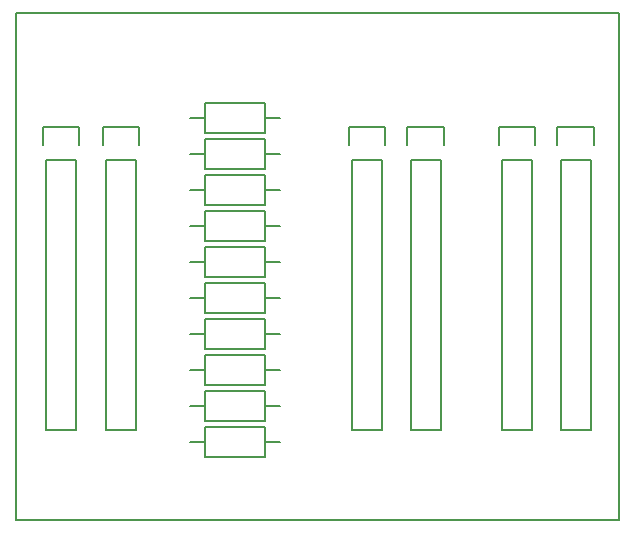
<source format=gbr>
G04 #@! TF.FileFunction,Legend,Top*
%FSLAX46Y46*%
G04 Gerber Fmt 4.6, Leading zero omitted, Abs format (unit mm)*
G04 Created by KiCad (PCBNEW 4.1.0-alpha+201605292346+6852~44~ubuntu15.10.1-product) date Wed Jun  1 10:44:58 2016*
%MOMM*%
%LPD*%
G01*
G04 APERTURE LIST*
%ADD10C,0.050000*%
%ADD11C,0.150000*%
G04 APERTURE END LIST*
D10*
D11*
X124206000Y-141478000D02*
X123444000Y-141478000D01*
X124206000Y-98552000D02*
X123444000Y-98552000D01*
X124206000Y-98552000D02*
X129413000Y-98552000D01*
X123444000Y-141478000D02*
X123444000Y-98552000D01*
X174498000Y-141478000D02*
X124206000Y-141478000D01*
X174498000Y-98552000D02*
X174498000Y-141478000D01*
X129413000Y-98552000D02*
X174498000Y-98552000D01*
X167132000Y-110998000D02*
X167132000Y-133858000D01*
X167132000Y-133858000D02*
X164592000Y-133858000D01*
X164592000Y-133858000D02*
X164592000Y-110998000D01*
X167412000Y-108178000D02*
X167412000Y-109728000D01*
X167132000Y-110998000D02*
X164592000Y-110998000D01*
X164312000Y-109728000D02*
X164312000Y-108178000D01*
X164312000Y-108178000D02*
X167412000Y-108178000D01*
X172085000Y-110998000D02*
X172085000Y-133858000D01*
X172085000Y-133858000D02*
X169545000Y-133858000D01*
X169545000Y-133858000D02*
X169545000Y-110998000D01*
X172365000Y-108178000D02*
X172365000Y-109728000D01*
X172085000Y-110998000D02*
X169545000Y-110998000D01*
X169265000Y-109728000D02*
X169265000Y-108178000D01*
X169265000Y-108178000D02*
X172365000Y-108178000D01*
X154432000Y-110998000D02*
X154432000Y-133858000D01*
X154432000Y-133858000D02*
X151892000Y-133858000D01*
X151892000Y-133858000D02*
X151892000Y-110998000D01*
X154712000Y-108178000D02*
X154712000Y-109728000D01*
X154432000Y-110998000D02*
X151892000Y-110998000D01*
X151612000Y-109728000D02*
X151612000Y-108178000D01*
X151612000Y-108178000D02*
X154712000Y-108178000D01*
X159385000Y-110998000D02*
X159385000Y-133858000D01*
X159385000Y-133858000D02*
X156845000Y-133858000D01*
X156845000Y-133858000D02*
X156845000Y-110998000D01*
X159665000Y-108178000D02*
X159665000Y-109728000D01*
X159385000Y-110998000D02*
X156845000Y-110998000D01*
X156565000Y-109728000D02*
X156565000Y-108178000D01*
X156565000Y-108178000D02*
X159665000Y-108178000D01*
X133604000Y-110998000D02*
X133604000Y-133858000D01*
X133604000Y-133858000D02*
X131064000Y-133858000D01*
X131064000Y-133858000D02*
X131064000Y-110998000D01*
X133884000Y-108178000D02*
X133884000Y-109728000D01*
X133604000Y-110998000D02*
X131064000Y-110998000D01*
X130784000Y-109728000D02*
X130784000Y-108178000D01*
X130784000Y-108178000D02*
X133884000Y-108178000D01*
X128524000Y-110998000D02*
X128524000Y-133858000D01*
X128524000Y-133858000D02*
X125984000Y-133858000D01*
X125984000Y-133858000D02*
X125984000Y-110998000D01*
X128804000Y-108178000D02*
X128804000Y-109728000D01*
X128524000Y-110998000D02*
X125984000Y-110998000D01*
X125704000Y-109728000D02*
X125704000Y-108178000D01*
X125704000Y-108178000D02*
X128804000Y-108178000D01*
X144526000Y-136144000D02*
X139446000Y-136144000D01*
X139446000Y-136144000D02*
X139446000Y-133604000D01*
X139446000Y-133604000D02*
X144526000Y-133604000D01*
X144526000Y-133604000D02*
X144526000Y-136144000D01*
X144526000Y-134874000D02*
X145796000Y-134874000D01*
X139446000Y-134874000D02*
X138176000Y-134874000D01*
X144526000Y-133096000D02*
X139446000Y-133096000D01*
X139446000Y-133096000D02*
X139446000Y-130556000D01*
X139446000Y-130556000D02*
X144526000Y-130556000D01*
X144526000Y-130556000D02*
X144526000Y-133096000D01*
X144526000Y-131826000D02*
X145796000Y-131826000D01*
X139446000Y-131826000D02*
X138176000Y-131826000D01*
X144526000Y-130048000D02*
X139446000Y-130048000D01*
X139446000Y-130048000D02*
X139446000Y-127508000D01*
X139446000Y-127508000D02*
X144526000Y-127508000D01*
X144526000Y-127508000D02*
X144526000Y-130048000D01*
X144526000Y-128778000D02*
X145796000Y-128778000D01*
X139446000Y-128778000D02*
X138176000Y-128778000D01*
X144526000Y-127000000D02*
X139446000Y-127000000D01*
X139446000Y-127000000D02*
X139446000Y-124460000D01*
X139446000Y-124460000D02*
X144526000Y-124460000D01*
X144526000Y-124460000D02*
X144526000Y-127000000D01*
X144526000Y-125730000D02*
X145796000Y-125730000D01*
X139446000Y-125730000D02*
X138176000Y-125730000D01*
X144526000Y-123952000D02*
X139446000Y-123952000D01*
X139446000Y-123952000D02*
X139446000Y-121412000D01*
X139446000Y-121412000D02*
X144526000Y-121412000D01*
X144526000Y-121412000D02*
X144526000Y-123952000D01*
X144526000Y-122682000D02*
X145796000Y-122682000D01*
X139446000Y-122682000D02*
X138176000Y-122682000D01*
X144526000Y-120904000D02*
X139446000Y-120904000D01*
X139446000Y-120904000D02*
X139446000Y-118364000D01*
X139446000Y-118364000D02*
X144526000Y-118364000D01*
X144526000Y-118364000D02*
X144526000Y-120904000D01*
X144526000Y-119634000D02*
X145796000Y-119634000D01*
X139446000Y-119634000D02*
X138176000Y-119634000D01*
X144526000Y-117856000D02*
X139446000Y-117856000D01*
X139446000Y-117856000D02*
X139446000Y-115316000D01*
X139446000Y-115316000D02*
X144526000Y-115316000D01*
X144526000Y-115316000D02*
X144526000Y-117856000D01*
X144526000Y-116586000D02*
X145796000Y-116586000D01*
X139446000Y-116586000D02*
X138176000Y-116586000D01*
X144526000Y-114808000D02*
X139446000Y-114808000D01*
X139446000Y-114808000D02*
X139446000Y-112268000D01*
X139446000Y-112268000D02*
X144526000Y-112268000D01*
X144526000Y-112268000D02*
X144526000Y-114808000D01*
X144526000Y-113538000D02*
X145796000Y-113538000D01*
X139446000Y-113538000D02*
X138176000Y-113538000D01*
X144526000Y-111760000D02*
X139446000Y-111760000D01*
X139446000Y-111760000D02*
X139446000Y-109220000D01*
X139446000Y-109220000D02*
X144526000Y-109220000D01*
X144526000Y-109220000D02*
X144526000Y-111760000D01*
X144526000Y-110490000D02*
X145796000Y-110490000D01*
X139446000Y-110490000D02*
X138176000Y-110490000D01*
X144526000Y-108712000D02*
X139446000Y-108712000D01*
X139446000Y-108712000D02*
X139446000Y-106172000D01*
X139446000Y-106172000D02*
X144526000Y-106172000D01*
X144526000Y-106172000D02*
X144526000Y-108712000D01*
X144526000Y-107442000D02*
X145796000Y-107442000D01*
X139446000Y-107442000D02*
X138176000Y-107442000D01*
M02*

</source>
